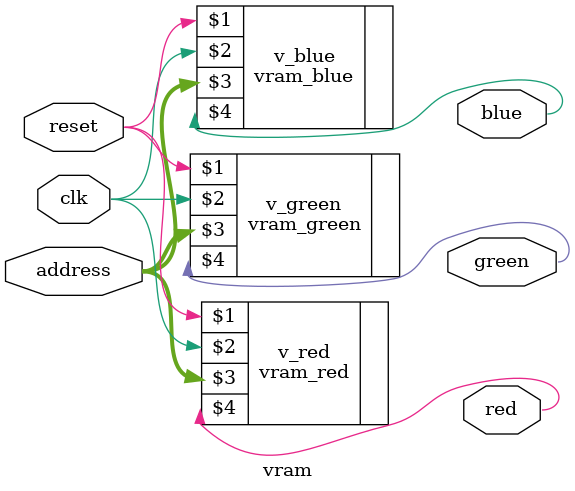
<source format=v>
module vram(reset, clk, address, red, green, blue);
   input clk, reset;
   input [13:0] address;
   output red, green, blue;

   vram_red v_red(reset, clk, address, red);
   vram_blue v_blue(reset, clk, address, blue);
   vram_green v_green(reset, clk, address, green);

endmodule
</source>
